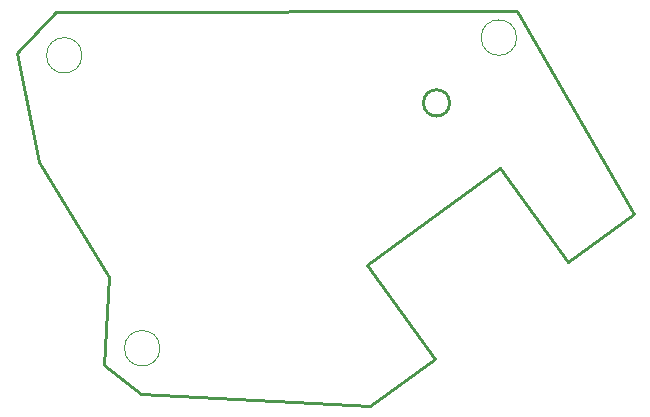
<source format=gbr>
%TF.GenerationSoftware,KiCad,Pcbnew,7.0.8*%
%TF.CreationDate,2024-01-17T10:12:41-07:00*%
%TF.ProjectId,Flex-E Rex 1_4,466c6578-2d45-4205-9265-7820315f342e,rev?*%
%TF.SameCoordinates,Original*%
%TF.FileFunction,Profile,NP*%
%FSLAX46Y46*%
G04 Gerber Fmt 4.6, Leading zero omitted, Abs format (unit mm)*
G04 Created by KiCad (PCBNEW 7.0.8) date 2024-01-17 10:12:41*
%MOMM*%
%LPD*%
G01*
G04 APERTURE LIST*
%TA.AperFunction,Profile*%
%ADD10C,0.250000*%
%TD*%
%TA.AperFunction,Profile*%
%ADD11C,0.100000*%
%TD*%
G04 APERTURE END LIST*
D10*
X92281635Y-52862466D02*
X86519968Y-44935095D01*
X86519968Y-44935095D02*
X75195154Y-53166048D01*
X52943835Y-61599560D02*
X56085557Y-64071992D01*
X97800831Y-48851044D02*
X87910551Y-31667378D01*
X48877919Y-31708019D02*
X45600000Y-35180000D01*
X53405889Y-54141323D02*
X52943835Y-61599560D01*
X75195154Y-53166048D02*
X80956821Y-61093418D01*
X75505847Y-65055181D02*
X80956821Y-61093418D01*
X45600000Y-35180000D02*
X47435564Y-44465628D01*
X56085557Y-64071992D02*
X75505847Y-65055181D01*
X47435564Y-44465628D02*
X53405889Y-54141323D01*
X82234115Y-39427873D02*
G75*
G03*
X82234115Y-39427873I-1111263J0D01*
G01*
X92281635Y-52862466D02*
X97800831Y-48851044D01*
X87910551Y-31667378D02*
X48877919Y-31708019D01*
D11*
X87900000Y-33900000D02*
G75*
G03*
X87900000Y-33900000I-1500000J0D01*
G01*
X51100000Y-35400000D02*
G75*
G03*
X51100000Y-35400000I-1500000J0D01*
G01*
X57700000Y-60200000D02*
G75*
G03*
X57700000Y-60200000I-1500000J0D01*
G01*
M02*

</source>
